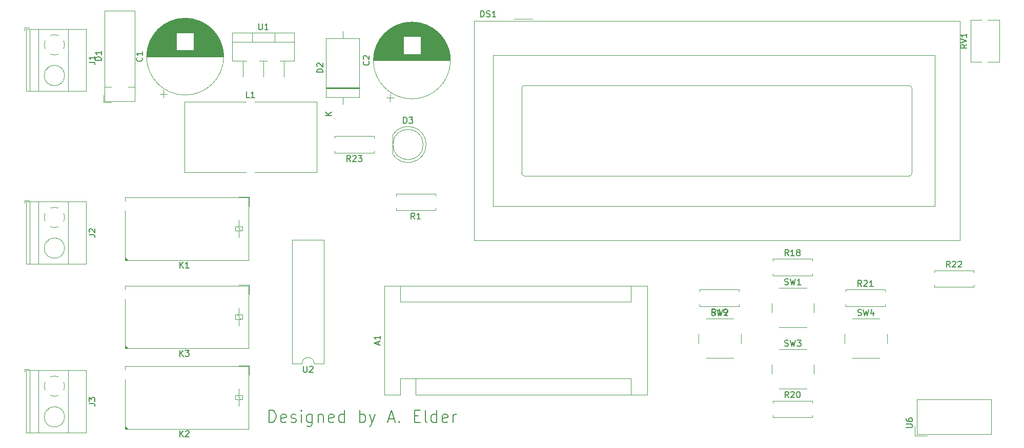
<source format=gbr>
%TF.GenerationSoftware,KiCad,Pcbnew,(5.1.10)-1*%
%TF.CreationDate,2021-08-22T00:04:37-04:00*%
%TF.ProjectId,Test Board,54657374-2042-46f6-9172-642e6b696361,rev?*%
%TF.SameCoordinates,Original*%
%TF.FileFunction,Legend,Top*%
%TF.FilePolarity,Positive*%
%FSLAX46Y46*%
G04 Gerber Fmt 4.6, Leading zero omitted, Abs format (unit mm)*
G04 Created by KiCad (PCBNEW (5.1.10)-1) date 2021-08-22 00:04:37*
%MOMM*%
%LPD*%
G01*
G04 APERTURE LIST*
%ADD10C,0.150000*%
%ADD11C,0.120000*%
G04 APERTURE END LIST*
D10*
X81186666Y-122824761D02*
X81186666Y-120824761D01*
X81662857Y-120824761D01*
X81948571Y-120920000D01*
X82139047Y-121110476D01*
X82234285Y-121300952D01*
X82329523Y-121681904D01*
X82329523Y-121967619D01*
X82234285Y-122348571D01*
X82139047Y-122539047D01*
X81948571Y-122729523D01*
X81662857Y-122824761D01*
X81186666Y-122824761D01*
X83948571Y-122729523D02*
X83758095Y-122824761D01*
X83377142Y-122824761D01*
X83186666Y-122729523D01*
X83091428Y-122539047D01*
X83091428Y-121777142D01*
X83186666Y-121586666D01*
X83377142Y-121491428D01*
X83758095Y-121491428D01*
X83948571Y-121586666D01*
X84043809Y-121777142D01*
X84043809Y-121967619D01*
X83091428Y-122158095D01*
X84805714Y-122729523D02*
X84996190Y-122824761D01*
X85377142Y-122824761D01*
X85567619Y-122729523D01*
X85662857Y-122539047D01*
X85662857Y-122443809D01*
X85567619Y-122253333D01*
X85377142Y-122158095D01*
X85091428Y-122158095D01*
X84900952Y-122062857D01*
X84805714Y-121872380D01*
X84805714Y-121777142D01*
X84900952Y-121586666D01*
X85091428Y-121491428D01*
X85377142Y-121491428D01*
X85567619Y-121586666D01*
X86520000Y-122824761D02*
X86520000Y-121491428D01*
X86520000Y-120824761D02*
X86424761Y-120920000D01*
X86520000Y-121015238D01*
X86615238Y-120920000D01*
X86520000Y-120824761D01*
X86520000Y-121015238D01*
X88329523Y-121491428D02*
X88329523Y-123110476D01*
X88234285Y-123300952D01*
X88139047Y-123396190D01*
X87948571Y-123491428D01*
X87662857Y-123491428D01*
X87472380Y-123396190D01*
X88329523Y-122729523D02*
X88139047Y-122824761D01*
X87758095Y-122824761D01*
X87567619Y-122729523D01*
X87472380Y-122634285D01*
X87377142Y-122443809D01*
X87377142Y-121872380D01*
X87472380Y-121681904D01*
X87567619Y-121586666D01*
X87758095Y-121491428D01*
X88139047Y-121491428D01*
X88329523Y-121586666D01*
X89281904Y-121491428D02*
X89281904Y-122824761D01*
X89281904Y-121681904D02*
X89377142Y-121586666D01*
X89567619Y-121491428D01*
X89853333Y-121491428D01*
X90043809Y-121586666D01*
X90139047Y-121777142D01*
X90139047Y-122824761D01*
X91853333Y-122729523D02*
X91662857Y-122824761D01*
X91281904Y-122824761D01*
X91091428Y-122729523D01*
X90996190Y-122539047D01*
X90996190Y-121777142D01*
X91091428Y-121586666D01*
X91281904Y-121491428D01*
X91662857Y-121491428D01*
X91853333Y-121586666D01*
X91948571Y-121777142D01*
X91948571Y-121967619D01*
X90996190Y-122158095D01*
X93662857Y-122824761D02*
X93662857Y-120824761D01*
X93662857Y-122729523D02*
X93472380Y-122824761D01*
X93091428Y-122824761D01*
X92900952Y-122729523D01*
X92805714Y-122634285D01*
X92710476Y-122443809D01*
X92710476Y-121872380D01*
X92805714Y-121681904D01*
X92900952Y-121586666D01*
X93091428Y-121491428D01*
X93472380Y-121491428D01*
X93662857Y-121586666D01*
X96139047Y-122824761D02*
X96139047Y-120824761D01*
X96139047Y-121586666D02*
X96329523Y-121491428D01*
X96710476Y-121491428D01*
X96900952Y-121586666D01*
X96996190Y-121681904D01*
X97091428Y-121872380D01*
X97091428Y-122443809D01*
X96996190Y-122634285D01*
X96900952Y-122729523D01*
X96710476Y-122824761D01*
X96329523Y-122824761D01*
X96139047Y-122729523D01*
X97758095Y-121491428D02*
X98234285Y-122824761D01*
X98710476Y-121491428D02*
X98234285Y-122824761D01*
X98043809Y-123300952D01*
X97948571Y-123396190D01*
X97758095Y-123491428D01*
X100900952Y-122253333D02*
X101853333Y-122253333D01*
X100710476Y-122824761D02*
X101377142Y-120824761D01*
X102043809Y-122824761D01*
X102710476Y-122634285D02*
X102805714Y-122729523D01*
X102710476Y-122824761D01*
X102615238Y-122729523D01*
X102710476Y-122634285D01*
X102710476Y-122824761D01*
X105186666Y-121777142D02*
X105853333Y-121777142D01*
X106139047Y-122824761D02*
X105186666Y-122824761D01*
X105186666Y-120824761D01*
X106139047Y-120824761D01*
X107281904Y-122824761D02*
X107091428Y-122729523D01*
X106996190Y-122539047D01*
X106996190Y-120824761D01*
X108900952Y-122824761D02*
X108900952Y-120824761D01*
X108900952Y-122729523D02*
X108710476Y-122824761D01*
X108329523Y-122824761D01*
X108139047Y-122729523D01*
X108043809Y-122634285D01*
X107948571Y-122443809D01*
X107948571Y-121872380D01*
X108043809Y-121681904D01*
X108139047Y-121586666D01*
X108329523Y-121491428D01*
X108710476Y-121491428D01*
X108900952Y-121586666D01*
X110615238Y-122729523D02*
X110424761Y-122824761D01*
X110043809Y-122824761D01*
X109853333Y-122729523D01*
X109758095Y-122539047D01*
X109758095Y-121777142D01*
X109853333Y-121586666D01*
X110043809Y-121491428D01*
X110424761Y-121491428D01*
X110615238Y-121586666D01*
X110710476Y-121777142D01*
X110710476Y-121967619D01*
X109758095Y-122158095D01*
X111567619Y-122824761D02*
X111567619Y-121491428D01*
X111567619Y-121872380D02*
X111662857Y-121681904D01*
X111758095Y-121586666D01*
X111948571Y-121491428D01*
X112139047Y-121491428D01*
D11*
%TO.C,J2*%
X44039747Y-88928805D02*
G75*
G02*
X44185000Y-88216000I1680253J28805D01*
G01*
X45036958Y-87364574D02*
G75*
G02*
X46404000Y-87365000I683042J-1535426D01*
G01*
X47255426Y-88216958D02*
G75*
G02*
X47255000Y-89584000I-1535426J-683042D01*
G01*
X46403042Y-90435426D02*
G75*
G02*
X45036000Y-90435000I-683042J1535426D01*
G01*
X44185244Y-89583318D02*
G75*
G02*
X44040000Y-88900000I1534756J683318D01*
G01*
X47400000Y-93980000D02*
G75*
G03*
X47400000Y-93980000I-1680000J0D01*
G01*
X41620000Y-86300000D02*
X41620000Y-96580000D01*
X43120000Y-86300000D02*
X43120000Y-96580000D01*
X48021000Y-86300000D02*
X48021000Y-96580000D01*
X50981000Y-86300000D02*
X50981000Y-96580000D01*
X41060000Y-86300000D02*
X41060000Y-96580000D01*
X50981000Y-86300000D02*
X41060000Y-86300000D01*
X50981000Y-96580000D02*
X41060000Y-96580000D01*
X46789000Y-95255000D02*
X46743000Y-95208000D01*
X44481000Y-92946000D02*
X44446000Y-92911000D01*
X46995000Y-95050000D02*
X46959000Y-95015000D01*
X44697000Y-92753000D02*
X44651000Y-92706000D01*
X41560000Y-86060000D02*
X40820000Y-86060000D01*
X40820000Y-86060000D02*
X40820000Y-86560000D01*
%TO.C,D2*%
X90620000Y-69020000D02*
X96070000Y-69020000D01*
X96070000Y-69020000D02*
X96070000Y-59250000D01*
X96070000Y-59250000D02*
X90620000Y-59250000D01*
X90620000Y-59250000D02*
X90620000Y-69020000D01*
X93345000Y-70215000D02*
X93345000Y-69020000D01*
X93345000Y-58055000D02*
X93345000Y-59250000D01*
X90620000Y-67470500D02*
X96070000Y-67470500D01*
X90620000Y-67350500D02*
X96070000Y-67350500D01*
X90620000Y-67590500D02*
X96070000Y-67590500D01*
%TO.C,U6*%
X188180000Y-124790000D02*
X188180000Y-119050000D01*
X188180000Y-119040000D02*
X200440000Y-119040000D01*
X200440000Y-119040000D02*
X200440000Y-124800000D01*
X200440000Y-124800000D02*
X188190000Y-124800000D01*
X187900000Y-125080000D02*
X189900000Y-125080000D01*
X187900000Y-125080000D02*
X187900000Y-123470000D01*
%TO.C,U2*%
X86630000Y-113090000D02*
G75*
G02*
X88630000Y-113090000I1000000J0D01*
G01*
X88630000Y-113090000D02*
X90280000Y-113090000D01*
X90280000Y-113090000D02*
X90280000Y-92650000D01*
X90280000Y-92650000D02*
X84980000Y-92650000D01*
X84980000Y-92650000D02*
X84980000Y-113090000D01*
X84980000Y-113090000D02*
X86630000Y-113090000D01*
%TO.C,U1*%
X75114000Y-58355000D02*
X85355000Y-58355000D01*
X75114000Y-62996000D02*
X77470000Y-62996000D01*
X79600000Y-62996000D02*
X80870000Y-62996000D01*
X83000000Y-62996000D02*
X85355000Y-62996000D01*
X75114000Y-58355000D02*
X75114000Y-62996000D01*
X85355000Y-58355000D02*
X85355000Y-62996000D01*
X75114000Y-59864000D02*
X85355000Y-59864000D01*
X78385000Y-58355000D02*
X78385000Y-59864000D01*
X82085000Y-58355000D02*
X82085000Y-59864000D01*
X76835000Y-62996000D02*
X76835000Y-65626000D01*
X80235000Y-62996000D02*
X80235000Y-65610000D01*
X83635000Y-62996000D02*
X83635000Y-65610000D01*
%TO.C,SW4*%
X177530000Y-112180000D02*
X182030000Y-112180000D01*
X176280000Y-108180000D02*
X176280000Y-109680000D01*
X182030000Y-105680000D02*
X177530000Y-105680000D01*
X183280000Y-109680000D02*
X183280000Y-108180000D01*
%TO.C,SW3*%
X165465000Y-117260000D02*
X169965000Y-117260000D01*
X164215000Y-113260000D02*
X164215000Y-114760000D01*
X169965000Y-110760000D02*
X165465000Y-110760000D01*
X171215000Y-114760000D02*
X171215000Y-113260000D01*
%TO.C,SW2*%
X153400000Y-112180000D02*
X157900000Y-112180000D01*
X152150000Y-108180000D02*
X152150000Y-109680000D01*
X157900000Y-105680000D02*
X153400000Y-105680000D01*
X159150000Y-109680000D02*
X159150000Y-108180000D01*
%TO.C,SW1*%
X165465000Y-107100000D02*
X169965000Y-107100000D01*
X164215000Y-103100000D02*
X164215000Y-104600000D01*
X169965000Y-100600000D02*
X165465000Y-100600000D01*
X171215000Y-104600000D02*
X171215000Y-103100000D01*
%TO.C,RV1*%
X197110000Y-63165000D02*
X197110000Y-56215000D01*
X201850000Y-63165000D02*
X201850000Y-56215000D01*
X197110000Y-63165000D02*
X198896000Y-63165000D01*
X199886000Y-63165000D02*
X201850000Y-63165000D01*
X197110000Y-56215000D02*
X198896000Y-56215000D01*
X199886000Y-56215000D02*
X201850000Y-56215000D01*
%TO.C,R23*%
X98520000Y-77875000D02*
X98520000Y-78205000D01*
X98520000Y-78205000D02*
X91980000Y-78205000D01*
X91980000Y-78205000D02*
X91980000Y-77875000D01*
X98520000Y-75795000D02*
X98520000Y-75465000D01*
X98520000Y-75465000D02*
X91980000Y-75465000D01*
X91980000Y-75465000D02*
X91980000Y-75795000D01*
%TO.C,R22*%
X191040000Y-98020000D02*
X191040000Y-97690000D01*
X191040000Y-97690000D02*
X197580000Y-97690000D01*
X197580000Y-97690000D02*
X197580000Y-98020000D01*
X191040000Y-100100000D02*
X191040000Y-100430000D01*
X191040000Y-100430000D02*
X197580000Y-100430000D01*
X197580000Y-100430000D02*
X197580000Y-100100000D01*
%TO.C,R21*%
X176435000Y-101195000D02*
X176435000Y-100865000D01*
X176435000Y-100865000D02*
X182975000Y-100865000D01*
X182975000Y-100865000D02*
X182975000Y-101195000D01*
X176435000Y-103275000D02*
X176435000Y-103605000D01*
X176435000Y-103605000D02*
X182975000Y-103605000D01*
X182975000Y-103605000D02*
X182975000Y-103275000D01*
%TO.C,R20*%
X164370000Y-119610000D02*
X164370000Y-119280000D01*
X164370000Y-119280000D02*
X170910000Y-119280000D01*
X170910000Y-119280000D02*
X170910000Y-119610000D01*
X164370000Y-121690000D02*
X164370000Y-122020000D01*
X164370000Y-122020000D02*
X170910000Y-122020000D01*
X170910000Y-122020000D02*
X170910000Y-121690000D01*
%TO.C,R19*%
X158845000Y-103275000D02*
X158845000Y-103605000D01*
X158845000Y-103605000D02*
X152305000Y-103605000D01*
X152305000Y-103605000D02*
X152305000Y-103275000D01*
X158845000Y-101195000D02*
X158845000Y-100865000D01*
X158845000Y-100865000D02*
X152305000Y-100865000D01*
X152305000Y-100865000D02*
X152305000Y-101195000D01*
%TO.C,R18*%
X164370000Y-96115000D02*
X164370000Y-95785000D01*
X164370000Y-95785000D02*
X170910000Y-95785000D01*
X170910000Y-95785000D02*
X170910000Y-96115000D01*
X164370000Y-98195000D02*
X164370000Y-98525000D01*
X164370000Y-98525000D02*
X170910000Y-98525000D01*
X170910000Y-98525000D02*
X170910000Y-98195000D01*
%TO.C,R1*%
X108680000Y-87400000D02*
X108680000Y-87730000D01*
X108680000Y-87730000D02*
X102140000Y-87730000D01*
X102140000Y-87730000D02*
X102140000Y-87400000D01*
X108680000Y-85320000D02*
X108680000Y-84990000D01*
X108680000Y-84990000D02*
X102140000Y-84990000D01*
X102140000Y-84990000D02*
X102140000Y-85320000D01*
%TO.C,L1*%
X67190000Y-69730000D02*
X77380000Y-69730000D01*
X78830000Y-69730000D02*
X89020000Y-69730000D01*
X67190000Y-81400000D02*
X77380000Y-81400000D01*
X78830000Y-81400000D02*
X89020000Y-81400000D01*
X67190000Y-69730000D02*
X67190000Y-81400000D01*
X89020000Y-69730000D02*
X89020000Y-81400000D01*
%TO.C,K3*%
X57920786Y-110595556D02*
X57420786Y-110095556D01*
X57420786Y-110195556D02*
X57820786Y-110595556D01*
X57720786Y-110595556D02*
X57420786Y-110295556D01*
X57420786Y-110395556D02*
X57620786Y-110595556D01*
X57520786Y-110595556D02*
X57420786Y-110495556D01*
X76200000Y-100100000D02*
X77900000Y-100100000D01*
X77900000Y-100100000D02*
X77900000Y-101600000D01*
X57400000Y-100800000D02*
X57400000Y-100200000D01*
X57400000Y-100200000D02*
X77800000Y-100200000D01*
X77800000Y-100200000D02*
X77800000Y-110600000D01*
X77800000Y-110600000D02*
X57400000Y-110600000D01*
X57400000Y-110600000D02*
X57400000Y-102395556D01*
X76200000Y-105000000D02*
X76200000Y-103900000D01*
X76200000Y-105700000D02*
X76200000Y-106800000D01*
X76000000Y-105000000D02*
X76400000Y-105700000D01*
X76800000Y-105000000D02*
X75600000Y-105000000D01*
X75600000Y-105000000D02*
X75600000Y-105700000D01*
X75600000Y-105700000D02*
X76800000Y-105700000D01*
X76800000Y-105700000D02*
X76800000Y-105000000D01*
%TO.C,K2*%
X57920786Y-123930556D02*
X57420786Y-123430556D01*
X57420786Y-123530556D02*
X57820786Y-123930556D01*
X57720786Y-123930556D02*
X57420786Y-123630556D01*
X57420786Y-123730556D02*
X57620786Y-123930556D01*
X57520786Y-123930556D02*
X57420786Y-123830556D01*
X76200000Y-113435000D02*
X77900000Y-113435000D01*
X77900000Y-113435000D02*
X77900000Y-114935000D01*
X57400000Y-114135000D02*
X57400000Y-113535000D01*
X57400000Y-113535000D02*
X77800000Y-113535000D01*
X77800000Y-113535000D02*
X77800000Y-123935000D01*
X77800000Y-123935000D02*
X57400000Y-123935000D01*
X57400000Y-123935000D02*
X57400000Y-115730556D01*
X76200000Y-118335000D02*
X76200000Y-117235000D01*
X76200000Y-119035000D02*
X76200000Y-120135000D01*
X76000000Y-118335000D02*
X76400000Y-119035000D01*
X76800000Y-118335000D02*
X75600000Y-118335000D01*
X75600000Y-118335000D02*
X75600000Y-119035000D01*
X75600000Y-119035000D02*
X76800000Y-119035000D01*
X76800000Y-119035000D02*
X76800000Y-118335000D01*
%TO.C,K1*%
X57920786Y-95990556D02*
X57420786Y-95490556D01*
X57420786Y-95590556D02*
X57820786Y-95990556D01*
X57720786Y-95990556D02*
X57420786Y-95690556D01*
X57420786Y-95790556D02*
X57620786Y-95990556D01*
X57520786Y-95990556D02*
X57420786Y-95890556D01*
X76200000Y-85495000D02*
X77900000Y-85495000D01*
X77900000Y-85495000D02*
X77900000Y-86995000D01*
X57400000Y-86195000D02*
X57400000Y-85595000D01*
X57400000Y-85595000D02*
X77800000Y-85595000D01*
X77800000Y-85595000D02*
X77800000Y-95995000D01*
X77800000Y-95995000D02*
X57400000Y-95995000D01*
X57400000Y-95995000D02*
X57400000Y-87790556D01*
X76200000Y-90395000D02*
X76200000Y-89295000D01*
X76200000Y-91095000D02*
X76200000Y-92195000D01*
X76000000Y-90395000D02*
X76400000Y-91095000D01*
X76800000Y-90395000D02*
X75600000Y-90395000D01*
X75600000Y-90395000D02*
X75600000Y-91095000D01*
X75600000Y-91095000D02*
X76800000Y-91095000D01*
X76800000Y-91095000D02*
X76800000Y-90395000D01*
%TO.C,J3*%
X44039747Y-116868805D02*
G75*
G02*
X44185000Y-116156000I1680253J28805D01*
G01*
X45036958Y-115304574D02*
G75*
G02*
X46404000Y-115305000I683042J-1535426D01*
G01*
X47255426Y-116156958D02*
G75*
G02*
X47255000Y-117524000I-1535426J-683042D01*
G01*
X46403042Y-118375426D02*
G75*
G02*
X45036000Y-118375000I-683042J1535426D01*
G01*
X44185244Y-117523318D02*
G75*
G02*
X44040000Y-116840000I1534756J683318D01*
G01*
X47400000Y-121920000D02*
G75*
G03*
X47400000Y-121920000I-1680000J0D01*
G01*
X41620000Y-114240000D02*
X41620000Y-124520000D01*
X43120000Y-114240000D02*
X43120000Y-124520000D01*
X48021000Y-114240000D02*
X48021000Y-124520000D01*
X50981000Y-114240000D02*
X50981000Y-124520000D01*
X41060000Y-114240000D02*
X41060000Y-124520000D01*
X50981000Y-114240000D02*
X41060000Y-114240000D01*
X50981000Y-124520000D02*
X41060000Y-124520000D01*
X46789000Y-123195000D02*
X46743000Y-123148000D01*
X44481000Y-120886000D02*
X44446000Y-120851000D01*
X46995000Y-122990000D02*
X46959000Y-122955000D01*
X44697000Y-120693000D02*
X44651000Y-120646000D01*
X41560000Y-114000000D02*
X40820000Y-114000000D01*
X40820000Y-114000000D02*
X40820000Y-114500000D01*
%TO.C,J1*%
X44039747Y-60353805D02*
G75*
G02*
X44185000Y-59641000I1680253J28805D01*
G01*
X45036958Y-58789574D02*
G75*
G02*
X46404000Y-58790000I683042J-1535426D01*
G01*
X47255426Y-59641958D02*
G75*
G02*
X47255000Y-61009000I-1535426J-683042D01*
G01*
X46403042Y-61860426D02*
G75*
G02*
X45036000Y-61860000I-683042J1535426D01*
G01*
X44185244Y-61008318D02*
G75*
G02*
X44040000Y-60325000I1534756J683318D01*
G01*
X47400000Y-65405000D02*
G75*
G03*
X47400000Y-65405000I-1680000J0D01*
G01*
X41620000Y-57725000D02*
X41620000Y-68005000D01*
X43120000Y-57725000D02*
X43120000Y-68005000D01*
X48021000Y-57725000D02*
X48021000Y-68005000D01*
X50981000Y-57725000D02*
X50981000Y-68005000D01*
X41060000Y-57725000D02*
X41060000Y-68005000D01*
X50981000Y-57725000D02*
X41060000Y-57725000D01*
X50981000Y-68005000D02*
X41060000Y-68005000D01*
X46789000Y-66680000D02*
X46743000Y-66633000D01*
X44481000Y-64371000D02*
X44446000Y-64336000D01*
X46995000Y-66475000D02*
X46959000Y-66440000D01*
X44697000Y-64178000D02*
X44651000Y-64131000D01*
X41560000Y-57485000D02*
X40820000Y-57485000D01*
X40820000Y-57485000D02*
X40820000Y-57985000D01*
%TO.C,DS1*%
X123390660Y-67053460D02*
G75*
G03*
X122890280Y-67553840I0J-500380D01*
G01*
X122890280Y-81554320D02*
G75*
G03*
X123390660Y-82054700I500380J0D01*
G01*
X186890660Y-82054700D02*
G75*
G03*
X187391040Y-81554320I0J500380D01*
G01*
X187390000Y-67555000D02*
G75*
G03*
X186890000Y-67055000I-500000J0D01*
G01*
X115050000Y-92695000D02*
X195330000Y-92695000D01*
X195330000Y-92695000D02*
X195330000Y-56415000D01*
X195330000Y-56415000D02*
X115850000Y-56415000D01*
X115050000Y-56415000D02*
X115050000Y-92695000D01*
X115060000Y-56415000D02*
X115850000Y-56415000D01*
X121690000Y-56055000D02*
X124690000Y-56055000D01*
X123390000Y-67055000D02*
X186890000Y-67055000D01*
X122890280Y-81554320D02*
X122890280Y-67555000D01*
X186890660Y-82055000D02*
X123390000Y-82055000D01*
X187390000Y-67555000D02*
X187390000Y-81555000D01*
X118190000Y-62055000D02*
X191190000Y-62055000D01*
X191190000Y-62055000D02*
X191190000Y-87055000D01*
X191190000Y-87055000D02*
X118190000Y-87055000D01*
X118190000Y-87055000D02*
X118190000Y-62055000D01*
%TO.C,D3*%
X107130000Y-76834538D02*
G75*
G02*
X101580000Y-78379830I-2990000J-462D01*
G01*
X107130000Y-76835462D02*
G75*
G03*
X101580000Y-75290170I-2990000J462D01*
G01*
X106640000Y-76835000D02*
G75*
G03*
X106640000Y-76835000I-2500000J0D01*
G01*
X101580000Y-75290000D02*
X101580000Y-78380000D01*
%TO.C,D1*%
X57915000Y-67275000D02*
X59040000Y-67275000D01*
X53805000Y-69835000D02*
X53805000Y-68635000D01*
X55105000Y-69835000D02*
X53805000Y-69835000D01*
X55115000Y-67275000D02*
X53995000Y-67275000D01*
X53995000Y-69645000D02*
X59040000Y-69645000D01*
X53995000Y-54705000D02*
X53995000Y-69645000D01*
X59040000Y-54695000D02*
X53995000Y-54705000D01*
X59040000Y-69645000D02*
X59040000Y-54695000D01*
%TO.C,C2*%
X111145000Y-62905000D02*
G75*
G03*
X111145000Y-62905000I-6370000J0D01*
G01*
X98445000Y-62905000D02*
X111105000Y-62905000D01*
X98445000Y-62865000D02*
X111105000Y-62865000D01*
X98445000Y-62825000D02*
X111105000Y-62825000D01*
X98446000Y-62785000D02*
X111104000Y-62785000D01*
X98447000Y-62745000D02*
X111103000Y-62745000D01*
X98448000Y-62705000D02*
X111102000Y-62705000D01*
X98449000Y-62665000D02*
X111101000Y-62665000D01*
X98451000Y-62625000D02*
X111099000Y-62625000D01*
X98453000Y-62585000D02*
X111097000Y-62585000D01*
X98455000Y-62545000D02*
X111095000Y-62545000D01*
X98457000Y-62505000D02*
X111093000Y-62505000D01*
X98460000Y-62465000D02*
X111090000Y-62465000D01*
X98463000Y-62425000D02*
X111087000Y-62425000D01*
X98466000Y-62385000D02*
X111084000Y-62385000D01*
X98469000Y-62345000D02*
X111081000Y-62345000D01*
X98473000Y-62305000D02*
X111077000Y-62305000D01*
X98477000Y-62265000D02*
X111073000Y-62265000D01*
X98481000Y-62225000D02*
X111069000Y-62225000D01*
X98485000Y-62184000D02*
X111065000Y-62184000D01*
X98490000Y-62144000D02*
X111060000Y-62144000D01*
X98495000Y-62104000D02*
X111055000Y-62104000D01*
X98500000Y-62064000D02*
X111050000Y-62064000D01*
X98506000Y-62024000D02*
X111044000Y-62024000D01*
X98511000Y-61984000D02*
X111039000Y-61984000D01*
X98517000Y-61944000D02*
X111033000Y-61944000D01*
X98523000Y-61904000D02*
X111027000Y-61904000D01*
X98530000Y-61864000D02*
X111020000Y-61864000D01*
X98537000Y-61824000D02*
X103335000Y-61824000D01*
X106215000Y-61824000D02*
X111013000Y-61824000D01*
X98544000Y-61784000D02*
X103335000Y-61784000D01*
X106215000Y-61784000D02*
X111006000Y-61784000D01*
X98551000Y-61744000D02*
X103335000Y-61744000D01*
X106215000Y-61744000D02*
X110999000Y-61744000D01*
X98559000Y-61704000D02*
X103335000Y-61704000D01*
X106215000Y-61704000D02*
X110991000Y-61704000D01*
X98566000Y-61664000D02*
X103335000Y-61664000D01*
X106215000Y-61664000D02*
X110984000Y-61664000D01*
X98574000Y-61624000D02*
X103335000Y-61624000D01*
X106215000Y-61624000D02*
X110976000Y-61624000D01*
X98583000Y-61584000D02*
X103335000Y-61584000D01*
X106215000Y-61584000D02*
X110967000Y-61584000D01*
X98591000Y-61544000D02*
X103335000Y-61544000D01*
X106215000Y-61544000D02*
X110959000Y-61544000D01*
X98600000Y-61504000D02*
X103335000Y-61504000D01*
X106215000Y-61504000D02*
X110950000Y-61504000D01*
X98609000Y-61464000D02*
X103335000Y-61464000D01*
X106215000Y-61464000D02*
X110941000Y-61464000D01*
X98619000Y-61424000D02*
X103335000Y-61424000D01*
X106215000Y-61424000D02*
X110931000Y-61424000D01*
X98629000Y-61384000D02*
X103335000Y-61384000D01*
X106215000Y-61384000D02*
X110921000Y-61384000D01*
X98638000Y-61344000D02*
X103335000Y-61344000D01*
X106215000Y-61344000D02*
X110912000Y-61344000D01*
X98649000Y-61304000D02*
X103335000Y-61304000D01*
X106215000Y-61304000D02*
X110901000Y-61304000D01*
X98659000Y-61264000D02*
X103335000Y-61264000D01*
X106215000Y-61264000D02*
X110891000Y-61264000D01*
X98670000Y-61224000D02*
X103335000Y-61224000D01*
X106215000Y-61224000D02*
X110880000Y-61224000D01*
X98681000Y-61184000D02*
X103335000Y-61184000D01*
X106215000Y-61184000D02*
X110869000Y-61184000D01*
X98692000Y-61144000D02*
X103335000Y-61144000D01*
X106215000Y-61144000D02*
X110858000Y-61144000D01*
X98704000Y-61104000D02*
X103335000Y-61104000D01*
X106215000Y-61104000D02*
X110846000Y-61104000D01*
X98716000Y-61064000D02*
X103335000Y-61064000D01*
X106215000Y-61064000D02*
X110834000Y-61064000D01*
X98728000Y-61024000D02*
X103335000Y-61024000D01*
X106215000Y-61024000D02*
X110822000Y-61024000D01*
X98741000Y-60984000D02*
X103335000Y-60984000D01*
X106215000Y-60984000D02*
X110809000Y-60984000D01*
X98754000Y-60944000D02*
X103335000Y-60944000D01*
X106215000Y-60944000D02*
X110796000Y-60944000D01*
X98767000Y-60904000D02*
X103335000Y-60904000D01*
X106215000Y-60904000D02*
X110783000Y-60904000D01*
X98780000Y-60864000D02*
X103335000Y-60864000D01*
X106215000Y-60864000D02*
X110770000Y-60864000D01*
X98794000Y-60824000D02*
X103335000Y-60824000D01*
X106215000Y-60824000D02*
X110756000Y-60824000D01*
X98808000Y-60784000D02*
X103335000Y-60784000D01*
X106215000Y-60784000D02*
X110742000Y-60784000D01*
X98822000Y-60744000D02*
X103335000Y-60744000D01*
X106215000Y-60744000D02*
X110728000Y-60744000D01*
X98836000Y-60704000D02*
X103335000Y-60704000D01*
X106215000Y-60704000D02*
X110714000Y-60704000D01*
X98851000Y-60664000D02*
X103335000Y-60664000D01*
X106215000Y-60664000D02*
X110699000Y-60664000D01*
X98867000Y-60624000D02*
X103335000Y-60624000D01*
X106215000Y-60624000D02*
X110683000Y-60624000D01*
X98882000Y-60584000D02*
X103335000Y-60584000D01*
X106215000Y-60584000D02*
X110668000Y-60584000D01*
X98898000Y-60544000D02*
X103335000Y-60544000D01*
X106215000Y-60544000D02*
X110652000Y-60544000D01*
X98914000Y-60504000D02*
X103335000Y-60504000D01*
X106215000Y-60504000D02*
X110636000Y-60504000D01*
X98930000Y-60464000D02*
X103335000Y-60464000D01*
X106215000Y-60464000D02*
X110620000Y-60464000D01*
X98947000Y-60424000D02*
X103335000Y-60424000D01*
X106215000Y-60424000D02*
X110603000Y-60424000D01*
X98964000Y-60384000D02*
X103335000Y-60384000D01*
X106215000Y-60384000D02*
X110586000Y-60384000D01*
X98982000Y-60344000D02*
X103335000Y-60344000D01*
X106215000Y-60344000D02*
X110568000Y-60344000D01*
X98999000Y-60304000D02*
X103335000Y-60304000D01*
X106215000Y-60304000D02*
X110551000Y-60304000D01*
X99017000Y-60264000D02*
X103335000Y-60264000D01*
X106215000Y-60264000D02*
X110533000Y-60264000D01*
X99036000Y-60224000D02*
X103335000Y-60224000D01*
X106215000Y-60224000D02*
X110514000Y-60224000D01*
X99054000Y-60184000D02*
X103335000Y-60184000D01*
X106215000Y-60184000D02*
X110496000Y-60184000D01*
X99073000Y-60144000D02*
X103335000Y-60144000D01*
X106215000Y-60144000D02*
X110477000Y-60144000D01*
X99093000Y-60104000D02*
X103335000Y-60104000D01*
X106215000Y-60104000D02*
X110457000Y-60104000D01*
X99113000Y-60064000D02*
X103335000Y-60064000D01*
X106215000Y-60064000D02*
X110437000Y-60064000D01*
X99133000Y-60024000D02*
X103335000Y-60024000D01*
X106215000Y-60024000D02*
X110417000Y-60024000D01*
X99153000Y-59984000D02*
X103335000Y-59984000D01*
X106215000Y-59984000D02*
X110397000Y-59984000D01*
X99174000Y-59944000D02*
X103335000Y-59944000D01*
X106215000Y-59944000D02*
X110376000Y-59944000D01*
X99195000Y-59904000D02*
X103335000Y-59904000D01*
X106215000Y-59904000D02*
X110355000Y-59904000D01*
X99217000Y-59864000D02*
X103335000Y-59864000D01*
X106215000Y-59864000D02*
X110333000Y-59864000D01*
X99239000Y-59824000D02*
X103335000Y-59824000D01*
X106215000Y-59824000D02*
X110311000Y-59824000D01*
X99261000Y-59784000D02*
X103335000Y-59784000D01*
X106215000Y-59784000D02*
X110289000Y-59784000D01*
X99284000Y-59744000D02*
X103335000Y-59744000D01*
X106215000Y-59744000D02*
X110266000Y-59744000D01*
X99307000Y-59704000D02*
X103335000Y-59704000D01*
X106215000Y-59704000D02*
X110243000Y-59704000D01*
X99330000Y-59664000D02*
X103335000Y-59664000D01*
X106215000Y-59664000D02*
X110220000Y-59664000D01*
X99354000Y-59624000D02*
X103335000Y-59624000D01*
X106215000Y-59624000D02*
X110196000Y-59624000D01*
X99378000Y-59584000D02*
X103335000Y-59584000D01*
X106215000Y-59584000D02*
X110172000Y-59584000D01*
X99403000Y-59544000D02*
X103335000Y-59544000D01*
X106215000Y-59544000D02*
X110147000Y-59544000D01*
X99428000Y-59504000D02*
X103335000Y-59504000D01*
X106215000Y-59504000D02*
X110122000Y-59504000D01*
X99453000Y-59464000D02*
X103335000Y-59464000D01*
X106215000Y-59464000D02*
X110097000Y-59464000D01*
X99479000Y-59424000D02*
X103335000Y-59424000D01*
X106215000Y-59424000D02*
X110071000Y-59424000D01*
X99505000Y-59384000D02*
X103335000Y-59384000D01*
X106215000Y-59384000D02*
X110045000Y-59384000D01*
X99532000Y-59344000D02*
X103335000Y-59344000D01*
X106215000Y-59344000D02*
X110018000Y-59344000D01*
X99559000Y-59304000D02*
X103335000Y-59304000D01*
X106215000Y-59304000D02*
X109991000Y-59304000D01*
X99587000Y-59264000D02*
X103335000Y-59264000D01*
X106215000Y-59264000D02*
X109963000Y-59264000D01*
X99615000Y-59224000D02*
X103335000Y-59224000D01*
X106215000Y-59224000D02*
X109935000Y-59224000D01*
X99644000Y-59184000D02*
X103335000Y-59184000D01*
X106215000Y-59184000D02*
X109906000Y-59184000D01*
X99673000Y-59144000D02*
X103335000Y-59144000D01*
X106215000Y-59144000D02*
X109877000Y-59144000D01*
X99702000Y-59104000D02*
X103335000Y-59104000D01*
X106215000Y-59104000D02*
X109848000Y-59104000D01*
X99732000Y-59064000D02*
X103335000Y-59064000D01*
X106215000Y-59064000D02*
X109818000Y-59064000D01*
X99763000Y-59024000D02*
X103335000Y-59024000D01*
X106215000Y-59024000D02*
X109787000Y-59024000D01*
X99793000Y-58984000D02*
X103335000Y-58984000D01*
X106215000Y-58984000D02*
X109757000Y-58984000D01*
X99825000Y-58944000D02*
X109725000Y-58944000D01*
X99857000Y-58904000D02*
X109693000Y-58904000D01*
X99890000Y-58864000D02*
X109660000Y-58864000D01*
X99923000Y-58824000D02*
X109627000Y-58824000D01*
X99956000Y-58784000D02*
X109594000Y-58784000D01*
X99990000Y-58744000D02*
X109560000Y-58744000D01*
X100025000Y-58704000D02*
X109525000Y-58704000D01*
X100061000Y-58664000D02*
X109489000Y-58664000D01*
X100097000Y-58624000D02*
X109453000Y-58624000D01*
X100133000Y-58584000D02*
X109417000Y-58584000D01*
X100170000Y-58544000D02*
X109380000Y-58544000D01*
X100208000Y-58504000D02*
X109342000Y-58504000D01*
X100247000Y-58464000D02*
X109303000Y-58464000D01*
X100286000Y-58424000D02*
X109264000Y-58424000D01*
X100326000Y-58384000D02*
X109224000Y-58384000D01*
X100367000Y-58344000D02*
X109183000Y-58344000D01*
X100408000Y-58304000D02*
X109142000Y-58304000D01*
X100450000Y-58264000D02*
X109100000Y-58264000D01*
X100493000Y-58224000D02*
X109057000Y-58224000D01*
X100537000Y-58184000D02*
X109013000Y-58184000D01*
X100581000Y-58144000D02*
X108969000Y-58144000D01*
X100627000Y-58104000D02*
X108923000Y-58104000D01*
X100673000Y-58064000D02*
X108877000Y-58064000D01*
X100720000Y-58024000D02*
X108830000Y-58024000D01*
X100768000Y-57984000D02*
X108782000Y-57984000D01*
X100818000Y-57944000D02*
X108732000Y-57944000D01*
X100868000Y-57904000D02*
X108682000Y-57904000D01*
X100919000Y-57864000D02*
X108631000Y-57864000D01*
X100971000Y-57824000D02*
X108579000Y-57824000D01*
X101025000Y-57784000D02*
X108525000Y-57784000D01*
X101079000Y-57744000D02*
X108471000Y-57744000D01*
X101135000Y-57704000D02*
X108415000Y-57704000D01*
X101192000Y-57664000D02*
X108358000Y-57664000D01*
X101251000Y-57624000D02*
X108299000Y-57624000D01*
X101311000Y-57584000D02*
X108239000Y-57584000D01*
X101373000Y-57544000D02*
X108177000Y-57544000D01*
X101436000Y-57504000D02*
X108114000Y-57504000D01*
X101500000Y-57464000D02*
X108050000Y-57464000D01*
X101567000Y-57424000D02*
X107983000Y-57424000D01*
X101635000Y-57384000D02*
X107915000Y-57384000D01*
X101706000Y-57344000D02*
X107844000Y-57344000D01*
X101779000Y-57304000D02*
X107771000Y-57304000D01*
X101854000Y-57264000D02*
X107696000Y-57264000D01*
X101931000Y-57224000D02*
X107619000Y-57224000D01*
X102011000Y-57184000D02*
X107539000Y-57184000D01*
X102094000Y-57144000D02*
X107456000Y-57144000D01*
X102181000Y-57104000D02*
X107369000Y-57104000D01*
X102271000Y-57064000D02*
X107279000Y-57064000D01*
X102365000Y-57024000D02*
X107185000Y-57024000D01*
X102463000Y-56984000D02*
X107087000Y-56984000D01*
X102566000Y-56944000D02*
X106984000Y-56944000D01*
X102675000Y-56904000D02*
X106875000Y-56904000D01*
X102791000Y-56864000D02*
X106759000Y-56864000D01*
X102914000Y-56824000D02*
X106636000Y-56824000D01*
X103047000Y-56784000D02*
X106503000Y-56784000D01*
X103192000Y-56744000D02*
X106358000Y-56744000D01*
X103353000Y-56704000D02*
X106197000Y-56704000D01*
X103534000Y-56664000D02*
X106016000Y-56664000D01*
X103747000Y-56624000D02*
X105803000Y-56624000D01*
X104018000Y-56584000D02*
X105532000Y-56584000D01*
X104458000Y-56544000D02*
X105092000Y-56544000D01*
X101200000Y-69722082D02*
X101200000Y-68472082D01*
X100575000Y-69097082D02*
X101825000Y-69097082D01*
%TO.C,C1*%
X73680000Y-62270000D02*
G75*
G03*
X73680000Y-62270000I-6370000J0D01*
G01*
X60980000Y-62270000D02*
X73640000Y-62270000D01*
X60980000Y-62230000D02*
X73640000Y-62230000D01*
X60980000Y-62190000D02*
X73640000Y-62190000D01*
X60981000Y-62150000D02*
X73639000Y-62150000D01*
X60982000Y-62110000D02*
X73638000Y-62110000D01*
X60983000Y-62070000D02*
X73637000Y-62070000D01*
X60984000Y-62030000D02*
X73636000Y-62030000D01*
X60986000Y-61990000D02*
X73634000Y-61990000D01*
X60988000Y-61950000D02*
X73632000Y-61950000D01*
X60990000Y-61910000D02*
X73630000Y-61910000D01*
X60992000Y-61870000D02*
X73628000Y-61870000D01*
X60995000Y-61830000D02*
X73625000Y-61830000D01*
X60998000Y-61790000D02*
X73622000Y-61790000D01*
X61001000Y-61750000D02*
X73619000Y-61750000D01*
X61004000Y-61710000D02*
X73616000Y-61710000D01*
X61008000Y-61670000D02*
X73612000Y-61670000D01*
X61012000Y-61630000D02*
X73608000Y-61630000D01*
X61016000Y-61590000D02*
X73604000Y-61590000D01*
X61020000Y-61549000D02*
X73600000Y-61549000D01*
X61025000Y-61509000D02*
X73595000Y-61509000D01*
X61030000Y-61469000D02*
X73590000Y-61469000D01*
X61035000Y-61429000D02*
X73585000Y-61429000D01*
X61041000Y-61389000D02*
X73579000Y-61389000D01*
X61046000Y-61349000D02*
X73574000Y-61349000D01*
X61052000Y-61309000D02*
X73568000Y-61309000D01*
X61058000Y-61269000D02*
X73562000Y-61269000D01*
X61065000Y-61229000D02*
X73555000Y-61229000D01*
X61072000Y-61189000D02*
X65870000Y-61189000D01*
X68750000Y-61189000D02*
X73548000Y-61189000D01*
X61079000Y-61149000D02*
X65870000Y-61149000D01*
X68750000Y-61149000D02*
X73541000Y-61149000D01*
X61086000Y-61109000D02*
X65870000Y-61109000D01*
X68750000Y-61109000D02*
X73534000Y-61109000D01*
X61094000Y-61069000D02*
X65870000Y-61069000D01*
X68750000Y-61069000D02*
X73526000Y-61069000D01*
X61101000Y-61029000D02*
X65870000Y-61029000D01*
X68750000Y-61029000D02*
X73519000Y-61029000D01*
X61109000Y-60989000D02*
X65870000Y-60989000D01*
X68750000Y-60989000D02*
X73511000Y-60989000D01*
X61118000Y-60949000D02*
X65870000Y-60949000D01*
X68750000Y-60949000D02*
X73502000Y-60949000D01*
X61126000Y-60909000D02*
X65870000Y-60909000D01*
X68750000Y-60909000D02*
X73494000Y-60909000D01*
X61135000Y-60869000D02*
X65870000Y-60869000D01*
X68750000Y-60869000D02*
X73485000Y-60869000D01*
X61144000Y-60829000D02*
X65870000Y-60829000D01*
X68750000Y-60829000D02*
X73476000Y-60829000D01*
X61154000Y-60789000D02*
X65870000Y-60789000D01*
X68750000Y-60789000D02*
X73466000Y-60789000D01*
X61164000Y-60749000D02*
X65870000Y-60749000D01*
X68750000Y-60749000D02*
X73456000Y-60749000D01*
X61173000Y-60709000D02*
X65870000Y-60709000D01*
X68750000Y-60709000D02*
X73447000Y-60709000D01*
X61184000Y-60669000D02*
X65870000Y-60669000D01*
X68750000Y-60669000D02*
X73436000Y-60669000D01*
X61194000Y-60629000D02*
X65870000Y-60629000D01*
X68750000Y-60629000D02*
X73426000Y-60629000D01*
X61205000Y-60589000D02*
X65870000Y-60589000D01*
X68750000Y-60589000D02*
X73415000Y-60589000D01*
X61216000Y-60549000D02*
X65870000Y-60549000D01*
X68750000Y-60549000D02*
X73404000Y-60549000D01*
X61227000Y-60509000D02*
X65870000Y-60509000D01*
X68750000Y-60509000D02*
X73393000Y-60509000D01*
X61239000Y-60469000D02*
X65870000Y-60469000D01*
X68750000Y-60469000D02*
X73381000Y-60469000D01*
X61251000Y-60429000D02*
X65870000Y-60429000D01*
X68750000Y-60429000D02*
X73369000Y-60429000D01*
X61263000Y-60389000D02*
X65870000Y-60389000D01*
X68750000Y-60389000D02*
X73357000Y-60389000D01*
X61276000Y-60349000D02*
X65870000Y-60349000D01*
X68750000Y-60349000D02*
X73344000Y-60349000D01*
X61289000Y-60309000D02*
X65870000Y-60309000D01*
X68750000Y-60309000D02*
X73331000Y-60309000D01*
X61302000Y-60269000D02*
X65870000Y-60269000D01*
X68750000Y-60269000D02*
X73318000Y-60269000D01*
X61315000Y-60229000D02*
X65870000Y-60229000D01*
X68750000Y-60229000D02*
X73305000Y-60229000D01*
X61329000Y-60189000D02*
X65870000Y-60189000D01*
X68750000Y-60189000D02*
X73291000Y-60189000D01*
X61343000Y-60149000D02*
X65870000Y-60149000D01*
X68750000Y-60149000D02*
X73277000Y-60149000D01*
X61357000Y-60109000D02*
X65870000Y-60109000D01*
X68750000Y-60109000D02*
X73263000Y-60109000D01*
X61371000Y-60069000D02*
X65870000Y-60069000D01*
X68750000Y-60069000D02*
X73249000Y-60069000D01*
X61386000Y-60029000D02*
X65870000Y-60029000D01*
X68750000Y-60029000D02*
X73234000Y-60029000D01*
X61402000Y-59989000D02*
X65870000Y-59989000D01*
X68750000Y-59989000D02*
X73218000Y-59989000D01*
X61417000Y-59949000D02*
X65870000Y-59949000D01*
X68750000Y-59949000D02*
X73203000Y-59949000D01*
X61433000Y-59909000D02*
X65870000Y-59909000D01*
X68750000Y-59909000D02*
X73187000Y-59909000D01*
X61449000Y-59869000D02*
X65870000Y-59869000D01*
X68750000Y-59869000D02*
X73171000Y-59869000D01*
X61465000Y-59829000D02*
X65870000Y-59829000D01*
X68750000Y-59829000D02*
X73155000Y-59829000D01*
X61482000Y-59789000D02*
X65870000Y-59789000D01*
X68750000Y-59789000D02*
X73138000Y-59789000D01*
X61499000Y-59749000D02*
X65870000Y-59749000D01*
X68750000Y-59749000D02*
X73121000Y-59749000D01*
X61517000Y-59709000D02*
X65870000Y-59709000D01*
X68750000Y-59709000D02*
X73103000Y-59709000D01*
X61534000Y-59669000D02*
X65870000Y-59669000D01*
X68750000Y-59669000D02*
X73086000Y-59669000D01*
X61552000Y-59629000D02*
X65870000Y-59629000D01*
X68750000Y-59629000D02*
X73068000Y-59629000D01*
X61571000Y-59589000D02*
X65870000Y-59589000D01*
X68750000Y-59589000D02*
X73049000Y-59589000D01*
X61589000Y-59549000D02*
X65870000Y-59549000D01*
X68750000Y-59549000D02*
X73031000Y-59549000D01*
X61608000Y-59509000D02*
X65870000Y-59509000D01*
X68750000Y-59509000D02*
X73012000Y-59509000D01*
X61628000Y-59469000D02*
X65870000Y-59469000D01*
X68750000Y-59469000D02*
X72992000Y-59469000D01*
X61648000Y-59429000D02*
X65870000Y-59429000D01*
X68750000Y-59429000D02*
X72972000Y-59429000D01*
X61668000Y-59389000D02*
X65870000Y-59389000D01*
X68750000Y-59389000D02*
X72952000Y-59389000D01*
X61688000Y-59349000D02*
X65870000Y-59349000D01*
X68750000Y-59349000D02*
X72932000Y-59349000D01*
X61709000Y-59309000D02*
X65870000Y-59309000D01*
X68750000Y-59309000D02*
X72911000Y-59309000D01*
X61730000Y-59269000D02*
X65870000Y-59269000D01*
X68750000Y-59269000D02*
X72890000Y-59269000D01*
X61752000Y-59229000D02*
X65870000Y-59229000D01*
X68750000Y-59229000D02*
X72868000Y-59229000D01*
X61774000Y-59189000D02*
X65870000Y-59189000D01*
X68750000Y-59189000D02*
X72846000Y-59189000D01*
X61796000Y-59149000D02*
X65870000Y-59149000D01*
X68750000Y-59149000D02*
X72824000Y-59149000D01*
X61819000Y-59109000D02*
X65870000Y-59109000D01*
X68750000Y-59109000D02*
X72801000Y-59109000D01*
X61842000Y-59069000D02*
X65870000Y-59069000D01*
X68750000Y-59069000D02*
X72778000Y-59069000D01*
X61865000Y-59029000D02*
X65870000Y-59029000D01*
X68750000Y-59029000D02*
X72755000Y-59029000D01*
X61889000Y-58989000D02*
X65870000Y-58989000D01*
X68750000Y-58989000D02*
X72731000Y-58989000D01*
X61913000Y-58949000D02*
X65870000Y-58949000D01*
X68750000Y-58949000D02*
X72707000Y-58949000D01*
X61938000Y-58909000D02*
X65870000Y-58909000D01*
X68750000Y-58909000D02*
X72682000Y-58909000D01*
X61963000Y-58869000D02*
X65870000Y-58869000D01*
X68750000Y-58869000D02*
X72657000Y-58869000D01*
X61988000Y-58829000D02*
X65870000Y-58829000D01*
X68750000Y-58829000D02*
X72632000Y-58829000D01*
X62014000Y-58789000D02*
X65870000Y-58789000D01*
X68750000Y-58789000D02*
X72606000Y-58789000D01*
X62040000Y-58749000D02*
X65870000Y-58749000D01*
X68750000Y-58749000D02*
X72580000Y-58749000D01*
X62067000Y-58709000D02*
X65870000Y-58709000D01*
X68750000Y-58709000D02*
X72553000Y-58709000D01*
X62094000Y-58669000D02*
X65870000Y-58669000D01*
X68750000Y-58669000D02*
X72526000Y-58669000D01*
X62122000Y-58629000D02*
X65870000Y-58629000D01*
X68750000Y-58629000D02*
X72498000Y-58629000D01*
X62150000Y-58589000D02*
X65870000Y-58589000D01*
X68750000Y-58589000D02*
X72470000Y-58589000D01*
X62179000Y-58549000D02*
X65870000Y-58549000D01*
X68750000Y-58549000D02*
X72441000Y-58549000D01*
X62208000Y-58509000D02*
X65870000Y-58509000D01*
X68750000Y-58509000D02*
X72412000Y-58509000D01*
X62237000Y-58469000D02*
X65870000Y-58469000D01*
X68750000Y-58469000D02*
X72383000Y-58469000D01*
X62267000Y-58429000D02*
X65870000Y-58429000D01*
X68750000Y-58429000D02*
X72353000Y-58429000D01*
X62298000Y-58389000D02*
X65870000Y-58389000D01*
X68750000Y-58389000D02*
X72322000Y-58389000D01*
X62328000Y-58349000D02*
X65870000Y-58349000D01*
X68750000Y-58349000D02*
X72292000Y-58349000D01*
X62360000Y-58309000D02*
X72260000Y-58309000D01*
X62392000Y-58269000D02*
X72228000Y-58269000D01*
X62425000Y-58229000D02*
X72195000Y-58229000D01*
X62458000Y-58189000D02*
X72162000Y-58189000D01*
X62491000Y-58149000D02*
X72129000Y-58149000D01*
X62525000Y-58109000D02*
X72095000Y-58109000D01*
X62560000Y-58069000D02*
X72060000Y-58069000D01*
X62596000Y-58029000D02*
X72024000Y-58029000D01*
X62632000Y-57989000D02*
X71988000Y-57989000D01*
X62668000Y-57949000D02*
X71952000Y-57949000D01*
X62705000Y-57909000D02*
X71915000Y-57909000D01*
X62743000Y-57869000D02*
X71877000Y-57869000D01*
X62782000Y-57829000D02*
X71838000Y-57829000D01*
X62821000Y-57789000D02*
X71799000Y-57789000D01*
X62861000Y-57749000D02*
X71759000Y-57749000D01*
X62902000Y-57709000D02*
X71718000Y-57709000D01*
X62943000Y-57669000D02*
X71677000Y-57669000D01*
X62985000Y-57629000D02*
X71635000Y-57629000D01*
X63028000Y-57589000D02*
X71592000Y-57589000D01*
X63072000Y-57549000D02*
X71548000Y-57549000D01*
X63116000Y-57509000D02*
X71504000Y-57509000D01*
X63162000Y-57469000D02*
X71458000Y-57469000D01*
X63208000Y-57429000D02*
X71412000Y-57429000D01*
X63255000Y-57389000D02*
X71365000Y-57389000D01*
X63303000Y-57349000D02*
X71317000Y-57349000D01*
X63353000Y-57309000D02*
X71267000Y-57309000D01*
X63403000Y-57269000D02*
X71217000Y-57269000D01*
X63454000Y-57229000D02*
X71166000Y-57229000D01*
X63506000Y-57189000D02*
X71114000Y-57189000D01*
X63560000Y-57149000D02*
X71060000Y-57149000D01*
X63614000Y-57109000D02*
X71006000Y-57109000D01*
X63670000Y-57069000D02*
X70950000Y-57069000D01*
X63727000Y-57029000D02*
X70893000Y-57029000D01*
X63786000Y-56989000D02*
X70834000Y-56989000D01*
X63846000Y-56949000D02*
X70774000Y-56949000D01*
X63908000Y-56909000D02*
X70712000Y-56909000D01*
X63971000Y-56869000D02*
X70649000Y-56869000D01*
X64035000Y-56829000D02*
X70585000Y-56829000D01*
X64102000Y-56789000D02*
X70518000Y-56789000D01*
X64170000Y-56749000D02*
X70450000Y-56749000D01*
X64241000Y-56709000D02*
X70379000Y-56709000D01*
X64314000Y-56669000D02*
X70306000Y-56669000D01*
X64389000Y-56629000D02*
X70231000Y-56629000D01*
X64466000Y-56589000D02*
X70154000Y-56589000D01*
X64546000Y-56549000D02*
X70074000Y-56549000D01*
X64629000Y-56509000D02*
X69991000Y-56509000D01*
X64716000Y-56469000D02*
X69904000Y-56469000D01*
X64806000Y-56429000D02*
X69814000Y-56429000D01*
X64900000Y-56389000D02*
X69720000Y-56389000D01*
X64998000Y-56349000D02*
X69622000Y-56349000D01*
X65101000Y-56309000D02*
X69519000Y-56309000D01*
X65210000Y-56269000D02*
X69410000Y-56269000D01*
X65326000Y-56229000D02*
X69294000Y-56229000D01*
X65449000Y-56189000D02*
X69171000Y-56189000D01*
X65582000Y-56149000D02*
X69038000Y-56149000D01*
X65727000Y-56109000D02*
X68893000Y-56109000D01*
X65888000Y-56069000D02*
X68732000Y-56069000D01*
X66069000Y-56029000D02*
X68551000Y-56029000D01*
X66282000Y-55989000D02*
X68338000Y-55989000D01*
X66553000Y-55949000D02*
X68067000Y-55949000D01*
X66993000Y-55909000D02*
X67627000Y-55909000D01*
X63735000Y-69087082D02*
X63735000Y-67837082D01*
X63110000Y-68462082D02*
X64360000Y-68462082D01*
%TO.C,A1*%
X105410000Y-115570000D02*
X102870000Y-115570000D01*
X102870000Y-115570000D02*
X102870000Y-118240000D01*
X105410000Y-118240000D02*
X143640000Y-118240000D01*
X100200000Y-118240000D02*
X102870000Y-118240000D01*
X102870000Y-102870000D02*
X102870000Y-100200000D01*
X102870000Y-102870000D02*
X140970000Y-102870000D01*
X140970000Y-102870000D02*
X140970000Y-100200000D01*
X105410000Y-115570000D02*
X105410000Y-118240000D01*
X105410000Y-115570000D02*
X140970000Y-115570000D01*
X140970000Y-115570000D02*
X140970000Y-118240000D01*
X143640000Y-118240000D02*
X143640000Y-100200000D01*
X143640000Y-100200000D02*
X100200000Y-100200000D01*
X100200000Y-100200000D02*
X100200000Y-118240000D01*
%TO.C,J2*%
D10*
X51432380Y-91773333D02*
X52146666Y-91773333D01*
X52289523Y-91820952D01*
X52384761Y-91916190D01*
X52432380Y-92059047D01*
X52432380Y-92154285D01*
X51527619Y-91344761D02*
X51480000Y-91297142D01*
X51432380Y-91201904D01*
X51432380Y-90963809D01*
X51480000Y-90868571D01*
X51527619Y-90820952D01*
X51622857Y-90773333D01*
X51718095Y-90773333D01*
X51860952Y-90820952D01*
X52432380Y-91392380D01*
X52432380Y-90773333D01*
%TO.C,D2*%
X90072380Y-64873095D02*
X89072380Y-64873095D01*
X89072380Y-64635000D01*
X89120000Y-64492142D01*
X89215238Y-64396904D01*
X89310476Y-64349285D01*
X89500952Y-64301666D01*
X89643809Y-64301666D01*
X89834285Y-64349285D01*
X89929523Y-64396904D01*
X90024761Y-64492142D01*
X90072380Y-64635000D01*
X90072380Y-64873095D01*
X89167619Y-63920714D02*
X89120000Y-63873095D01*
X89072380Y-63777857D01*
X89072380Y-63539761D01*
X89120000Y-63444523D01*
X89167619Y-63396904D01*
X89262857Y-63349285D01*
X89358095Y-63349285D01*
X89500952Y-63396904D01*
X90072380Y-63968333D01*
X90072380Y-63349285D01*
X91497380Y-72016904D02*
X90497380Y-72016904D01*
X91497380Y-71445476D02*
X90925952Y-71874047D01*
X90497380Y-71445476D02*
X91068809Y-72016904D01*
%TO.C,U6*%
X186452380Y-123681904D02*
X187261904Y-123681904D01*
X187357142Y-123634285D01*
X187404761Y-123586666D01*
X187452380Y-123491428D01*
X187452380Y-123300952D01*
X187404761Y-123205714D01*
X187357142Y-123158095D01*
X187261904Y-123110476D01*
X186452380Y-123110476D01*
X186452380Y-122205714D02*
X186452380Y-122396190D01*
X186500000Y-122491428D01*
X186547619Y-122539047D01*
X186690476Y-122634285D01*
X186880952Y-122681904D01*
X187261904Y-122681904D01*
X187357142Y-122634285D01*
X187404761Y-122586666D01*
X187452380Y-122491428D01*
X187452380Y-122300952D01*
X187404761Y-122205714D01*
X187357142Y-122158095D01*
X187261904Y-122110476D01*
X187023809Y-122110476D01*
X186928571Y-122158095D01*
X186880952Y-122205714D01*
X186833333Y-122300952D01*
X186833333Y-122491428D01*
X186880952Y-122586666D01*
X186928571Y-122634285D01*
X187023809Y-122681904D01*
%TO.C,U2*%
X86868095Y-113542380D02*
X86868095Y-114351904D01*
X86915714Y-114447142D01*
X86963333Y-114494761D01*
X87058571Y-114542380D01*
X87249047Y-114542380D01*
X87344285Y-114494761D01*
X87391904Y-114447142D01*
X87439523Y-114351904D01*
X87439523Y-113542380D01*
X87868095Y-113637619D02*
X87915714Y-113590000D01*
X88010952Y-113542380D01*
X88249047Y-113542380D01*
X88344285Y-113590000D01*
X88391904Y-113637619D01*
X88439523Y-113732857D01*
X88439523Y-113828095D01*
X88391904Y-113970952D01*
X87820476Y-114542380D01*
X88439523Y-114542380D01*
%TO.C,U1*%
X79473095Y-56807380D02*
X79473095Y-57616904D01*
X79520714Y-57712142D01*
X79568333Y-57759761D01*
X79663571Y-57807380D01*
X79854047Y-57807380D01*
X79949285Y-57759761D01*
X79996904Y-57712142D01*
X80044523Y-57616904D01*
X80044523Y-56807380D01*
X81044523Y-57807380D02*
X80473095Y-57807380D01*
X80758809Y-57807380D02*
X80758809Y-56807380D01*
X80663571Y-56950238D01*
X80568333Y-57045476D01*
X80473095Y-57093095D01*
%TO.C,SW4*%
X178446666Y-105084761D02*
X178589523Y-105132380D01*
X178827619Y-105132380D01*
X178922857Y-105084761D01*
X178970476Y-105037142D01*
X179018095Y-104941904D01*
X179018095Y-104846666D01*
X178970476Y-104751428D01*
X178922857Y-104703809D01*
X178827619Y-104656190D01*
X178637142Y-104608571D01*
X178541904Y-104560952D01*
X178494285Y-104513333D01*
X178446666Y-104418095D01*
X178446666Y-104322857D01*
X178494285Y-104227619D01*
X178541904Y-104180000D01*
X178637142Y-104132380D01*
X178875238Y-104132380D01*
X179018095Y-104180000D01*
X179351428Y-104132380D02*
X179589523Y-105132380D01*
X179780000Y-104418095D01*
X179970476Y-105132380D01*
X180208571Y-104132380D01*
X181018095Y-104465714D02*
X181018095Y-105132380D01*
X180780000Y-104084761D02*
X180541904Y-104799047D01*
X181160952Y-104799047D01*
%TO.C,SW3*%
X166381666Y-110164761D02*
X166524523Y-110212380D01*
X166762619Y-110212380D01*
X166857857Y-110164761D01*
X166905476Y-110117142D01*
X166953095Y-110021904D01*
X166953095Y-109926666D01*
X166905476Y-109831428D01*
X166857857Y-109783809D01*
X166762619Y-109736190D01*
X166572142Y-109688571D01*
X166476904Y-109640952D01*
X166429285Y-109593333D01*
X166381666Y-109498095D01*
X166381666Y-109402857D01*
X166429285Y-109307619D01*
X166476904Y-109260000D01*
X166572142Y-109212380D01*
X166810238Y-109212380D01*
X166953095Y-109260000D01*
X167286428Y-109212380D02*
X167524523Y-110212380D01*
X167715000Y-109498095D01*
X167905476Y-110212380D01*
X168143571Y-109212380D01*
X168429285Y-109212380D02*
X169048333Y-109212380D01*
X168715000Y-109593333D01*
X168857857Y-109593333D01*
X168953095Y-109640952D01*
X169000714Y-109688571D01*
X169048333Y-109783809D01*
X169048333Y-110021904D01*
X169000714Y-110117142D01*
X168953095Y-110164761D01*
X168857857Y-110212380D01*
X168572142Y-110212380D01*
X168476904Y-110164761D01*
X168429285Y-110117142D01*
%TO.C,SW2*%
X154316666Y-105084761D02*
X154459523Y-105132380D01*
X154697619Y-105132380D01*
X154792857Y-105084761D01*
X154840476Y-105037142D01*
X154888095Y-104941904D01*
X154888095Y-104846666D01*
X154840476Y-104751428D01*
X154792857Y-104703809D01*
X154697619Y-104656190D01*
X154507142Y-104608571D01*
X154411904Y-104560952D01*
X154364285Y-104513333D01*
X154316666Y-104418095D01*
X154316666Y-104322857D01*
X154364285Y-104227619D01*
X154411904Y-104180000D01*
X154507142Y-104132380D01*
X154745238Y-104132380D01*
X154888095Y-104180000D01*
X155221428Y-104132380D02*
X155459523Y-105132380D01*
X155650000Y-104418095D01*
X155840476Y-105132380D01*
X156078571Y-104132380D01*
X156411904Y-104227619D02*
X156459523Y-104180000D01*
X156554761Y-104132380D01*
X156792857Y-104132380D01*
X156888095Y-104180000D01*
X156935714Y-104227619D01*
X156983333Y-104322857D01*
X156983333Y-104418095D01*
X156935714Y-104560952D01*
X156364285Y-105132380D01*
X156983333Y-105132380D01*
%TO.C,SW1*%
X166381666Y-100004761D02*
X166524523Y-100052380D01*
X166762619Y-100052380D01*
X166857857Y-100004761D01*
X166905476Y-99957142D01*
X166953095Y-99861904D01*
X166953095Y-99766666D01*
X166905476Y-99671428D01*
X166857857Y-99623809D01*
X166762619Y-99576190D01*
X166572142Y-99528571D01*
X166476904Y-99480952D01*
X166429285Y-99433333D01*
X166381666Y-99338095D01*
X166381666Y-99242857D01*
X166429285Y-99147619D01*
X166476904Y-99100000D01*
X166572142Y-99052380D01*
X166810238Y-99052380D01*
X166953095Y-99100000D01*
X167286428Y-99052380D02*
X167524523Y-100052380D01*
X167715000Y-99338095D01*
X167905476Y-100052380D01*
X168143571Y-99052380D01*
X169048333Y-100052380D02*
X168476904Y-100052380D01*
X168762619Y-100052380D02*
X168762619Y-99052380D01*
X168667380Y-99195238D01*
X168572142Y-99290476D01*
X168476904Y-99338095D01*
%TO.C,RV1*%
X196432380Y-60285238D02*
X195956190Y-60618571D01*
X196432380Y-60856666D02*
X195432380Y-60856666D01*
X195432380Y-60475714D01*
X195480000Y-60380476D01*
X195527619Y-60332857D01*
X195622857Y-60285238D01*
X195765714Y-60285238D01*
X195860952Y-60332857D01*
X195908571Y-60380476D01*
X195956190Y-60475714D01*
X195956190Y-60856666D01*
X195432380Y-59999523D02*
X196432380Y-59666190D01*
X195432380Y-59332857D01*
X196432380Y-58475714D02*
X196432380Y-59047142D01*
X196432380Y-58761428D02*
X195432380Y-58761428D01*
X195575238Y-58856666D01*
X195670476Y-58951904D01*
X195718095Y-59047142D01*
%TO.C,R23*%
X94607142Y-79657380D02*
X94273809Y-79181190D01*
X94035714Y-79657380D02*
X94035714Y-78657380D01*
X94416666Y-78657380D01*
X94511904Y-78705000D01*
X94559523Y-78752619D01*
X94607142Y-78847857D01*
X94607142Y-78990714D01*
X94559523Y-79085952D01*
X94511904Y-79133571D01*
X94416666Y-79181190D01*
X94035714Y-79181190D01*
X94988095Y-78752619D02*
X95035714Y-78705000D01*
X95130952Y-78657380D01*
X95369047Y-78657380D01*
X95464285Y-78705000D01*
X95511904Y-78752619D01*
X95559523Y-78847857D01*
X95559523Y-78943095D01*
X95511904Y-79085952D01*
X94940476Y-79657380D01*
X95559523Y-79657380D01*
X95892857Y-78657380D02*
X96511904Y-78657380D01*
X96178571Y-79038333D01*
X96321428Y-79038333D01*
X96416666Y-79085952D01*
X96464285Y-79133571D01*
X96511904Y-79228809D01*
X96511904Y-79466904D01*
X96464285Y-79562142D01*
X96416666Y-79609761D01*
X96321428Y-79657380D01*
X96035714Y-79657380D01*
X95940476Y-79609761D01*
X95892857Y-79562142D01*
%TO.C,R22*%
X193667142Y-97142380D02*
X193333809Y-96666190D01*
X193095714Y-97142380D02*
X193095714Y-96142380D01*
X193476666Y-96142380D01*
X193571904Y-96190000D01*
X193619523Y-96237619D01*
X193667142Y-96332857D01*
X193667142Y-96475714D01*
X193619523Y-96570952D01*
X193571904Y-96618571D01*
X193476666Y-96666190D01*
X193095714Y-96666190D01*
X194048095Y-96237619D02*
X194095714Y-96190000D01*
X194190952Y-96142380D01*
X194429047Y-96142380D01*
X194524285Y-96190000D01*
X194571904Y-96237619D01*
X194619523Y-96332857D01*
X194619523Y-96428095D01*
X194571904Y-96570952D01*
X194000476Y-97142380D01*
X194619523Y-97142380D01*
X195000476Y-96237619D02*
X195048095Y-96190000D01*
X195143333Y-96142380D01*
X195381428Y-96142380D01*
X195476666Y-96190000D01*
X195524285Y-96237619D01*
X195571904Y-96332857D01*
X195571904Y-96428095D01*
X195524285Y-96570952D01*
X194952857Y-97142380D01*
X195571904Y-97142380D01*
%TO.C,R21*%
X179062142Y-100317380D02*
X178728809Y-99841190D01*
X178490714Y-100317380D02*
X178490714Y-99317380D01*
X178871666Y-99317380D01*
X178966904Y-99365000D01*
X179014523Y-99412619D01*
X179062142Y-99507857D01*
X179062142Y-99650714D01*
X179014523Y-99745952D01*
X178966904Y-99793571D01*
X178871666Y-99841190D01*
X178490714Y-99841190D01*
X179443095Y-99412619D02*
X179490714Y-99365000D01*
X179585952Y-99317380D01*
X179824047Y-99317380D01*
X179919285Y-99365000D01*
X179966904Y-99412619D01*
X180014523Y-99507857D01*
X180014523Y-99603095D01*
X179966904Y-99745952D01*
X179395476Y-100317380D01*
X180014523Y-100317380D01*
X180966904Y-100317380D02*
X180395476Y-100317380D01*
X180681190Y-100317380D02*
X180681190Y-99317380D01*
X180585952Y-99460238D01*
X180490714Y-99555476D01*
X180395476Y-99603095D01*
%TO.C,R20*%
X166997142Y-118732380D02*
X166663809Y-118256190D01*
X166425714Y-118732380D02*
X166425714Y-117732380D01*
X166806666Y-117732380D01*
X166901904Y-117780000D01*
X166949523Y-117827619D01*
X166997142Y-117922857D01*
X166997142Y-118065714D01*
X166949523Y-118160952D01*
X166901904Y-118208571D01*
X166806666Y-118256190D01*
X166425714Y-118256190D01*
X167378095Y-117827619D02*
X167425714Y-117780000D01*
X167520952Y-117732380D01*
X167759047Y-117732380D01*
X167854285Y-117780000D01*
X167901904Y-117827619D01*
X167949523Y-117922857D01*
X167949523Y-118018095D01*
X167901904Y-118160952D01*
X167330476Y-118732380D01*
X167949523Y-118732380D01*
X168568571Y-117732380D02*
X168663809Y-117732380D01*
X168759047Y-117780000D01*
X168806666Y-117827619D01*
X168854285Y-117922857D01*
X168901904Y-118113333D01*
X168901904Y-118351428D01*
X168854285Y-118541904D01*
X168806666Y-118637142D01*
X168759047Y-118684761D01*
X168663809Y-118732380D01*
X168568571Y-118732380D01*
X168473333Y-118684761D01*
X168425714Y-118637142D01*
X168378095Y-118541904D01*
X168330476Y-118351428D01*
X168330476Y-118113333D01*
X168378095Y-117922857D01*
X168425714Y-117827619D01*
X168473333Y-117780000D01*
X168568571Y-117732380D01*
%TO.C,R19*%
X154932142Y-105057380D02*
X154598809Y-104581190D01*
X154360714Y-105057380D02*
X154360714Y-104057380D01*
X154741666Y-104057380D01*
X154836904Y-104105000D01*
X154884523Y-104152619D01*
X154932142Y-104247857D01*
X154932142Y-104390714D01*
X154884523Y-104485952D01*
X154836904Y-104533571D01*
X154741666Y-104581190D01*
X154360714Y-104581190D01*
X155884523Y-105057380D02*
X155313095Y-105057380D01*
X155598809Y-105057380D02*
X155598809Y-104057380D01*
X155503571Y-104200238D01*
X155408333Y-104295476D01*
X155313095Y-104343095D01*
X156360714Y-105057380D02*
X156551190Y-105057380D01*
X156646428Y-105009761D01*
X156694047Y-104962142D01*
X156789285Y-104819285D01*
X156836904Y-104628809D01*
X156836904Y-104247857D01*
X156789285Y-104152619D01*
X156741666Y-104105000D01*
X156646428Y-104057380D01*
X156455952Y-104057380D01*
X156360714Y-104105000D01*
X156313095Y-104152619D01*
X156265476Y-104247857D01*
X156265476Y-104485952D01*
X156313095Y-104581190D01*
X156360714Y-104628809D01*
X156455952Y-104676428D01*
X156646428Y-104676428D01*
X156741666Y-104628809D01*
X156789285Y-104581190D01*
X156836904Y-104485952D01*
%TO.C,R18*%
X166997142Y-95237380D02*
X166663809Y-94761190D01*
X166425714Y-95237380D02*
X166425714Y-94237380D01*
X166806666Y-94237380D01*
X166901904Y-94285000D01*
X166949523Y-94332619D01*
X166997142Y-94427857D01*
X166997142Y-94570714D01*
X166949523Y-94665952D01*
X166901904Y-94713571D01*
X166806666Y-94761190D01*
X166425714Y-94761190D01*
X167949523Y-95237380D02*
X167378095Y-95237380D01*
X167663809Y-95237380D02*
X167663809Y-94237380D01*
X167568571Y-94380238D01*
X167473333Y-94475476D01*
X167378095Y-94523095D01*
X168520952Y-94665952D02*
X168425714Y-94618333D01*
X168378095Y-94570714D01*
X168330476Y-94475476D01*
X168330476Y-94427857D01*
X168378095Y-94332619D01*
X168425714Y-94285000D01*
X168520952Y-94237380D01*
X168711428Y-94237380D01*
X168806666Y-94285000D01*
X168854285Y-94332619D01*
X168901904Y-94427857D01*
X168901904Y-94475476D01*
X168854285Y-94570714D01*
X168806666Y-94618333D01*
X168711428Y-94665952D01*
X168520952Y-94665952D01*
X168425714Y-94713571D01*
X168378095Y-94761190D01*
X168330476Y-94856428D01*
X168330476Y-95046904D01*
X168378095Y-95142142D01*
X168425714Y-95189761D01*
X168520952Y-95237380D01*
X168711428Y-95237380D01*
X168806666Y-95189761D01*
X168854285Y-95142142D01*
X168901904Y-95046904D01*
X168901904Y-94856428D01*
X168854285Y-94761190D01*
X168806666Y-94713571D01*
X168711428Y-94665952D01*
%TO.C,R1*%
X105243333Y-89182380D02*
X104910000Y-88706190D01*
X104671904Y-89182380D02*
X104671904Y-88182380D01*
X105052857Y-88182380D01*
X105148095Y-88230000D01*
X105195714Y-88277619D01*
X105243333Y-88372857D01*
X105243333Y-88515714D01*
X105195714Y-88610952D01*
X105148095Y-88658571D01*
X105052857Y-88706190D01*
X104671904Y-88706190D01*
X106195714Y-89182380D02*
X105624285Y-89182380D01*
X105910000Y-89182380D02*
X105910000Y-88182380D01*
X105814761Y-88325238D01*
X105719523Y-88420476D01*
X105624285Y-88468095D01*
%TO.C,L1*%
X77938333Y-69052380D02*
X77462142Y-69052380D01*
X77462142Y-68052380D01*
X78795476Y-69052380D02*
X78224047Y-69052380D01*
X78509761Y-69052380D02*
X78509761Y-68052380D01*
X78414523Y-68195238D01*
X78319285Y-68290476D01*
X78224047Y-68338095D01*
%TO.C,K3*%
X66432690Y-111897936D02*
X66432690Y-110897936D01*
X67004119Y-111897936D02*
X66575547Y-111326508D01*
X67004119Y-110897936D02*
X66432690Y-111469365D01*
X67337452Y-110897936D02*
X67956500Y-110897936D01*
X67623166Y-111278889D01*
X67766024Y-111278889D01*
X67861262Y-111326508D01*
X67908881Y-111374127D01*
X67956500Y-111469365D01*
X67956500Y-111707460D01*
X67908881Y-111802698D01*
X67861262Y-111850317D01*
X67766024Y-111897936D01*
X67480309Y-111897936D01*
X67385071Y-111850317D01*
X67337452Y-111802698D01*
%TO.C,K2*%
X66432690Y-125232936D02*
X66432690Y-124232936D01*
X67004119Y-125232936D02*
X66575547Y-124661508D01*
X67004119Y-124232936D02*
X66432690Y-124804365D01*
X67385071Y-124328175D02*
X67432690Y-124280556D01*
X67527928Y-124232936D01*
X67766024Y-124232936D01*
X67861262Y-124280556D01*
X67908881Y-124328175D01*
X67956500Y-124423413D01*
X67956500Y-124518651D01*
X67908881Y-124661508D01*
X67337452Y-125232936D01*
X67956500Y-125232936D01*
%TO.C,K1*%
X66432690Y-97292936D02*
X66432690Y-96292936D01*
X67004119Y-97292936D02*
X66575547Y-96721508D01*
X67004119Y-96292936D02*
X66432690Y-96864365D01*
X67956500Y-97292936D02*
X67385071Y-97292936D01*
X67670786Y-97292936D02*
X67670786Y-96292936D01*
X67575547Y-96435794D01*
X67480309Y-96531032D01*
X67385071Y-96578651D01*
%TO.C,J3*%
X51432380Y-119713333D02*
X52146666Y-119713333D01*
X52289523Y-119760952D01*
X52384761Y-119856190D01*
X52432380Y-119999047D01*
X52432380Y-120094285D01*
X51432380Y-119332380D02*
X51432380Y-118713333D01*
X51813333Y-119046666D01*
X51813333Y-118903809D01*
X51860952Y-118808571D01*
X51908571Y-118760952D01*
X52003809Y-118713333D01*
X52241904Y-118713333D01*
X52337142Y-118760952D01*
X52384761Y-118808571D01*
X52432380Y-118903809D01*
X52432380Y-119189523D01*
X52384761Y-119284761D01*
X52337142Y-119332380D01*
%TO.C,J1*%
X51432380Y-63198333D02*
X52146666Y-63198333D01*
X52289523Y-63245952D01*
X52384761Y-63341190D01*
X52432380Y-63484047D01*
X52432380Y-63579285D01*
X52432380Y-62198333D02*
X52432380Y-62769761D01*
X52432380Y-62484047D02*
X51432380Y-62484047D01*
X51575238Y-62579285D01*
X51670476Y-62674523D01*
X51718095Y-62769761D01*
%TO.C,DS1*%
X116155714Y-55697380D02*
X116155714Y-54697380D01*
X116393809Y-54697380D01*
X116536666Y-54745000D01*
X116631904Y-54840238D01*
X116679523Y-54935476D01*
X116727142Y-55125952D01*
X116727142Y-55268809D01*
X116679523Y-55459285D01*
X116631904Y-55554523D01*
X116536666Y-55649761D01*
X116393809Y-55697380D01*
X116155714Y-55697380D01*
X117108095Y-55649761D02*
X117250952Y-55697380D01*
X117489047Y-55697380D01*
X117584285Y-55649761D01*
X117631904Y-55602142D01*
X117679523Y-55506904D01*
X117679523Y-55411666D01*
X117631904Y-55316428D01*
X117584285Y-55268809D01*
X117489047Y-55221190D01*
X117298571Y-55173571D01*
X117203333Y-55125952D01*
X117155714Y-55078333D01*
X117108095Y-54983095D01*
X117108095Y-54887857D01*
X117155714Y-54792619D01*
X117203333Y-54745000D01*
X117298571Y-54697380D01*
X117536666Y-54697380D01*
X117679523Y-54745000D01*
X118631904Y-55697380D02*
X118060476Y-55697380D01*
X118346190Y-55697380D02*
X118346190Y-54697380D01*
X118250952Y-54840238D01*
X118155714Y-54935476D01*
X118060476Y-54983095D01*
%TO.C,D3*%
X103401904Y-73327380D02*
X103401904Y-72327380D01*
X103640000Y-72327380D01*
X103782857Y-72375000D01*
X103878095Y-72470238D01*
X103925714Y-72565476D01*
X103973333Y-72755952D01*
X103973333Y-72898809D01*
X103925714Y-73089285D01*
X103878095Y-73184523D01*
X103782857Y-73279761D01*
X103640000Y-73327380D01*
X103401904Y-73327380D01*
X104306666Y-72327380D02*
X104925714Y-72327380D01*
X104592380Y-72708333D01*
X104735238Y-72708333D01*
X104830476Y-72755952D01*
X104878095Y-72803571D01*
X104925714Y-72898809D01*
X104925714Y-73136904D01*
X104878095Y-73232142D01*
X104830476Y-73279761D01*
X104735238Y-73327380D01*
X104449523Y-73327380D01*
X104354285Y-73279761D01*
X104306666Y-73232142D01*
%TO.C,D1*%
X53467380Y-62908095D02*
X52467380Y-62908095D01*
X52467380Y-62670000D01*
X52515000Y-62527142D01*
X52610238Y-62431904D01*
X52705476Y-62384285D01*
X52895952Y-62336666D01*
X53038809Y-62336666D01*
X53229285Y-62384285D01*
X53324523Y-62431904D01*
X53419761Y-62527142D01*
X53467380Y-62670000D01*
X53467380Y-62908095D01*
X53467380Y-61384285D02*
X53467380Y-61955714D01*
X53467380Y-61670000D02*
X52467380Y-61670000D01*
X52610238Y-61765238D01*
X52705476Y-61860476D01*
X52753095Y-61955714D01*
%TO.C,C2*%
X97632142Y-63071666D02*
X97679761Y-63119285D01*
X97727380Y-63262142D01*
X97727380Y-63357380D01*
X97679761Y-63500238D01*
X97584523Y-63595476D01*
X97489285Y-63643095D01*
X97298809Y-63690714D01*
X97155952Y-63690714D01*
X96965476Y-63643095D01*
X96870238Y-63595476D01*
X96775000Y-63500238D01*
X96727380Y-63357380D01*
X96727380Y-63262142D01*
X96775000Y-63119285D01*
X96822619Y-63071666D01*
X96822619Y-62690714D02*
X96775000Y-62643095D01*
X96727380Y-62547857D01*
X96727380Y-62309761D01*
X96775000Y-62214523D01*
X96822619Y-62166904D01*
X96917857Y-62119285D01*
X97013095Y-62119285D01*
X97155952Y-62166904D01*
X97727380Y-62738333D01*
X97727380Y-62119285D01*
%TO.C,C1*%
X60167142Y-62436666D02*
X60214761Y-62484285D01*
X60262380Y-62627142D01*
X60262380Y-62722380D01*
X60214761Y-62865238D01*
X60119523Y-62960476D01*
X60024285Y-63008095D01*
X59833809Y-63055714D01*
X59690952Y-63055714D01*
X59500476Y-63008095D01*
X59405238Y-62960476D01*
X59310000Y-62865238D01*
X59262380Y-62722380D01*
X59262380Y-62627142D01*
X59310000Y-62484285D01*
X59357619Y-62436666D01*
X60262380Y-61484285D02*
X60262380Y-62055714D01*
X60262380Y-61770000D02*
X59262380Y-61770000D01*
X59405238Y-61865238D01*
X59500476Y-61960476D01*
X59548095Y-62055714D01*
%TO.C,A1*%
X99226666Y-109934285D02*
X99226666Y-109458095D01*
X99512380Y-110029523D02*
X98512380Y-109696190D01*
X99512380Y-109362857D01*
X99512380Y-108505714D02*
X99512380Y-109077142D01*
X99512380Y-108791428D02*
X98512380Y-108791428D01*
X98655238Y-108886666D01*
X98750476Y-108981904D01*
X98798095Y-109077142D01*
%TD*%
M02*

</source>
